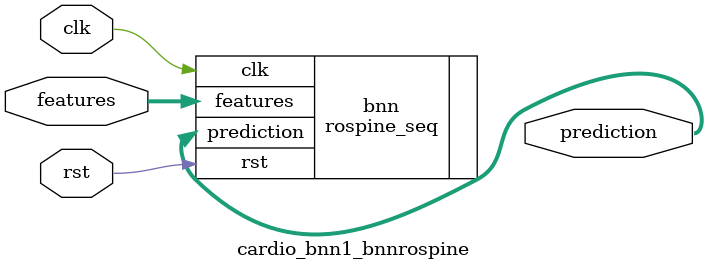
<source format=v>













module cardio_bnn1_bnnrospine #(

parameter FEAT_CNT = 19,
parameter HIDDEN_CNT = 3,
parameter FEAT_BITS = 4,
parameter CLASS_CNT = 3,
parameter TEST_CNT = 1000


  ) (
  input clk,
  input rst,
  input [FEAT_CNT*FEAT_BITS-1:0] features,
  output [$clog2(CLASS_CNT)-1:0] prediction
  );

  localparam Weights0 = 57'b011101100001000101110111101111101011101100001001111011101 ;
  localparam Weights1 = 9'b001100110 ;

  rospine_seq #(.FEAT_CNT(FEAT_CNT),.FEAT_BITS(FEAT_BITS),.HIDDEN_CNT(HIDDEN_CNT),.CLASS_CNT(CLASS_CNT),.Weights0(Weights0),.Weights1(Weights1)) bnn (
    .clk(clk),
    .rst(rst),
    .features(features),
    .prediction(prediction)
  );

endmodule

</source>
